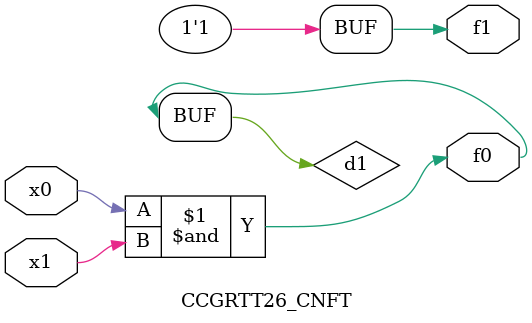
<source format=v>
module CCGRTT26_CNFT(
	input x0, x1,
	output f0, f1
);

	wire d1;

	assign f0 = d1;
	and (d1, x0, x1);
	assign f1 = 1'b1;
endmodule

</source>
